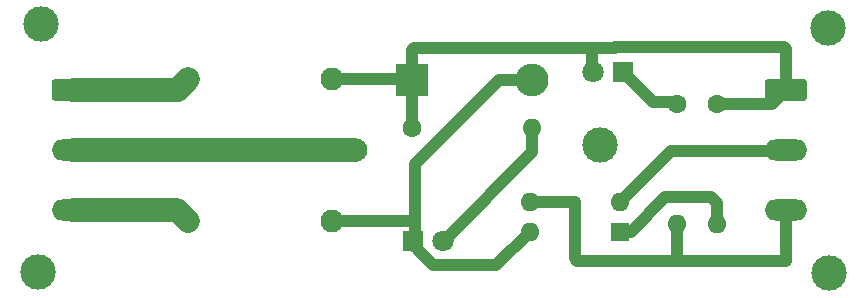
<source format=gbr>
%TF.GenerationSoftware,KiCad,Pcbnew,8.0.2*%
%TF.CreationDate,2024-06-20T13:36:58+03:00*%
%TF.ProjectId,r_le,72f66c65-2e6b-4696-9361-645f70636258,rev?*%
%TF.SameCoordinates,Original*%
%TF.FileFunction,Copper,L2,Bot*%
%TF.FilePolarity,Positive*%
%FSLAX46Y46*%
G04 Gerber Fmt 4.6, Leading zero omitted, Abs format (unit mm)*
G04 Created by KiCad (PCBNEW 8.0.2) date 2024-06-20 13:36:58*
%MOMM*%
%LPD*%
G01*
G04 APERTURE LIST*
G04 Aperture macros list*
%AMRoundRect*
0 Rectangle with rounded corners*
0 $1 Rounding radius*
0 $2 $3 $4 $5 $6 $7 $8 $9 X,Y pos of 4 corners*
0 Add a 4 corners polygon primitive as box body*
4,1,4,$2,$3,$4,$5,$6,$7,$8,$9,$2,$3,0*
0 Add four circle primitives for the rounded corners*
1,1,$1+$1,$2,$3*
1,1,$1+$1,$4,$5*
1,1,$1+$1,$6,$7*
1,1,$1+$1,$8,$9*
0 Add four rect primitives between the rounded corners*
20,1,$1+$1,$2,$3,$4,$5,0*
20,1,$1+$1,$4,$5,$6,$7,0*
20,1,$1+$1,$6,$7,$8,$9,0*
20,1,$1+$1,$8,$9,$2,$3,0*%
G04 Aperture macros list end*
%TA.AperFunction,ComponentPad*%
%ADD10C,1.600000*%
%TD*%
%TA.AperFunction,ComponentPad*%
%ADD11O,1.600000X1.600000*%
%TD*%
%TA.AperFunction,ComponentPad*%
%ADD12R,1.800000X1.800000*%
%TD*%
%TA.AperFunction,ComponentPad*%
%ADD13C,1.800000*%
%TD*%
%TA.AperFunction,ComponentPad*%
%ADD14RoundRect,0.250000X-1.550000X0.650000X-1.550000X-0.650000X1.550000X-0.650000X1.550000X0.650000X0*%
%TD*%
%TA.AperFunction,ComponentPad*%
%ADD15O,3.600000X1.800000*%
%TD*%
%TA.AperFunction,ComponentPad*%
%ADD16R,1.600000X1.600000*%
%TD*%
%TA.AperFunction,ComponentPad*%
%ADD17C,1.950000*%
%TD*%
%TA.AperFunction,ComponentPad*%
%ADD18R,2.800000X2.800000*%
%TD*%
%TA.AperFunction,ComponentPad*%
%ADD19O,2.800000X2.800000*%
%TD*%
%TA.AperFunction,ViaPad*%
%ADD20C,3.000000*%
%TD*%
%TA.AperFunction,Conductor*%
%ADD21C,1.000000*%
%TD*%
%TA.AperFunction,Conductor*%
%ADD22C,0.200000*%
%TD*%
%TA.AperFunction,Conductor*%
%ADD23C,2.000000*%
%TD*%
G04 APERTURE END LIST*
D10*
%TO.P,R3,1*%
%TO.N,Net-(D3-K)*%
X55905400Y16408400D03*
D11*
%TO.P,R3,2*%
%TO.N,GND*%
X55905400Y6248400D03*
%TD*%
D12*
%TO.P,D3,1,K*%
%TO.N,Net-(D3-K)*%
X51313000Y19177000D03*
D13*
%TO.P,D3,2,A*%
%TO.N,12v*%
X48773000Y19177000D03*
%TD*%
D10*
%TO.P,R2,1*%
%TO.N,12v*%
X33477200Y14427200D03*
D11*
%TO.P,R2,2*%
%TO.N,Net-(D2-A)*%
X43637200Y14427200D03*
%TD*%
D14*
%TO.P,J2,1,Pin_1*%
%TO.N,out*%
X4749800Y17627600D03*
D15*
%TO.P,J2,2,Pin_2*%
%TO.N,out2*%
X4749800Y12547600D03*
%TO.P,J2,3,Pin_3*%
%TO.N,out3*%
X4749800Y7467600D03*
%TD*%
D16*
%TO.P,U1,1*%
%TO.N,Net-(R1-Pad2)*%
X51069400Y5608400D03*
D11*
%TO.P,U1,2*%
%TO.N,in*%
X51069400Y8148400D03*
%TO.P,U1,3*%
%TO.N,GND*%
X43449400Y8148400D03*
%TO.P,U1,4*%
%TO.N,Net-(D1-A)*%
X43449400Y5608400D03*
%TD*%
D14*
%TO.P,J1,1,Pin_1*%
%TO.N,12v*%
X65125600Y17627600D03*
D15*
%TO.P,J1,2,Pin_2*%
%TO.N,in*%
X65125600Y12547600D03*
%TO.P,J1,3,Pin_3*%
%TO.N,GND*%
X65125600Y7467600D03*
%TD*%
D12*
%TO.P,D2,1,K*%
%TO.N,Net-(D1-A)*%
X33578800Y4851400D03*
D13*
%TO.P,D2,2,A*%
%TO.N,Net-(D2-A)*%
X36118800Y4851400D03*
%TD*%
D17*
%TO.P,K1,COIL1*%
%TO.N,12v*%
X26690000Y18509400D03*
%TO.P,K1,COIL2*%
%TO.N,Net-(D1-A)*%
X26690000Y6509400D03*
%TO.P,K1,COM*%
%TO.N,out2*%
X28690000Y12509400D03*
%TO.P,K1,NC*%
%TO.N,out3*%
X14490000Y6509400D03*
%TO.P,K1,NO*%
%TO.N,out*%
X14490000Y18509400D03*
%TD*%
D18*
%TO.P,D1,1,K*%
%TO.N,12v*%
X33442200Y18504400D03*
D19*
%TO.P,D1,2,A*%
%TO.N,Net-(D1-A)*%
X43602200Y18504400D03*
%TD*%
D10*
%TO.P,R1,1*%
%TO.N,12v*%
X59270200Y16440800D03*
D11*
%TO.P,R1,2*%
%TO.N,Net-(R1-Pad2)*%
X59270200Y6280800D03*
%TD*%
D20*
%TO.N,*%
X68808600Y2108200D03*
X1828800Y2184400D03*
X2057400Y23164800D03*
X68681600Y22834600D03*
X49377600Y12954000D03*
%TD*%
D21*
%TO.N,12v*%
X64998600Y21234400D02*
X65151000Y21082000D01*
X50659600Y21234400D02*
X64998600Y21234400D01*
X50608800Y21183600D02*
X50659600Y21234400D01*
%TO.N,Net-(D1-A)*%
X40831000Y18504400D02*
X43602200Y18504400D01*
X33680400Y11353800D02*
X40831000Y18504400D01*
X33680400Y6781800D02*
X33680400Y11353800D01*
%TO.N,Net-(D2-A)*%
X36144200Y4851400D02*
X43637200Y12344400D01*
X36118800Y4851400D02*
X36144200Y4851400D01*
X43637200Y12344400D02*
X43637200Y14427200D01*
%TO.N,Net-(D1-A)*%
X40609600Y2768600D02*
X43449400Y5608400D01*
X35229800Y2768600D02*
X40609600Y2768600D01*
X33959800Y4038600D02*
X35229800Y2768600D01*
%TO.N,12v*%
X33442200Y18504400D02*
X33442200Y14462200D01*
X33442200Y14462200D02*
X33477200Y14427200D01*
%TO.N,in*%
X65024000Y12446000D02*
X65125600Y12547600D01*
X51069400Y8148400D02*
X55367000Y12446000D01*
X55367000Y12446000D02*
X65024000Y12446000D01*
%TO.N,12v*%
X48742600Y19207400D02*
X48742600Y20980400D01*
X48773000Y19177000D02*
X48742600Y19207400D01*
%TO.N,Net-(D3-K)*%
X53853000Y16637000D02*
X55676800Y16637000D01*
X51313000Y19177000D02*
X53853000Y16637000D01*
%TO.N,GND*%
X47472600Y3175000D02*
X55981600Y3175000D01*
X47269400Y3378200D02*
X47472600Y3175000D01*
D22*
X47269400Y3378200D02*
X47294800Y3352800D01*
D21*
X47269400Y3378200D02*
X47269400Y8148400D01*
D22*
X47294800Y3352800D02*
X47294800Y2946400D01*
D21*
%TO.N,Net-(R1-Pad2)*%
X54914800Y8534400D02*
X51988800Y5608400D01*
X59270200Y8014400D02*
X58750200Y8534400D01*
X59270200Y6280800D02*
X59270200Y8014400D01*
X58750200Y8534400D02*
X54914800Y8534400D01*
X51988800Y5608400D02*
X51069400Y5608400D01*
%TO.N,12v*%
X63938800Y16440800D02*
X65125600Y17627600D01*
X59270200Y16440800D02*
X63938800Y16440800D01*
D22*
%TO.N,GND*%
X55905400Y3251200D02*
X55981600Y3175000D01*
D21*
X55905400Y6248400D02*
X55905400Y3251200D01*
X55981600Y3175000D02*
X65151000Y3175000D01*
D22*
%TO.N,12v*%
X48742600Y20980400D02*
X48945800Y21183600D01*
D21*
X48945800Y21183600D02*
X50608800Y21183600D01*
X33604200Y21183600D02*
X48945800Y21183600D01*
D22*
%TO.N,Net-(D3-K)*%
X55676800Y16637000D02*
X55905400Y16408400D01*
D21*
%TO.N,GND*%
X65151000Y3175000D02*
X65151000Y3835400D01*
%TO.N,Net-(D1-A)*%
X26690000Y6509400D02*
X33408000Y6509400D01*
D22*
X33680400Y4318000D02*
X33959800Y4038600D01*
D21*
X33680400Y6781800D02*
X33680400Y4318000D01*
D22*
X33408000Y6509400D02*
X33680400Y6781800D01*
%TO.N,12v*%
X33437200Y18509400D02*
X33442200Y18504400D01*
D21*
X26690000Y18509400D02*
X33437200Y18509400D01*
D22*
X50837400Y20955000D02*
X50608800Y21183600D01*
%TO.N,GND*%
X65151000Y3835400D02*
X65125600Y3860800D01*
D21*
X43449400Y8148400D02*
X47137400Y8148400D01*
D22*
X65125600Y7467600D02*
X63957200Y7467600D01*
D21*
X65125600Y3860800D02*
X65125600Y7467600D01*
D23*
%TO.N,out*%
X13608200Y17627600D02*
X14490000Y18509400D01*
X4749800Y17627600D02*
X13608200Y17627600D01*
D22*
%TO.N,in*%
X65125600Y12319000D02*
X65125600Y12547600D01*
%TO.N,out2*%
X28651800Y12547600D02*
X28690000Y12509400D01*
D23*
X4749800Y12547600D02*
X28651800Y12547600D01*
%TO.N,out3*%
X4749800Y7467600D02*
X13531800Y7467600D01*
X13531800Y7467600D02*
X14490000Y6509400D01*
D22*
%TO.N,12v*%
X33442200Y21021600D02*
X33604200Y21183600D01*
D21*
X33442200Y18504400D02*
X33442200Y21021600D01*
X65125600Y21056600D02*
X65125600Y17627600D01*
D22*
X65151000Y21082000D02*
X65125600Y21056600D01*
%TD*%
M02*

</source>
